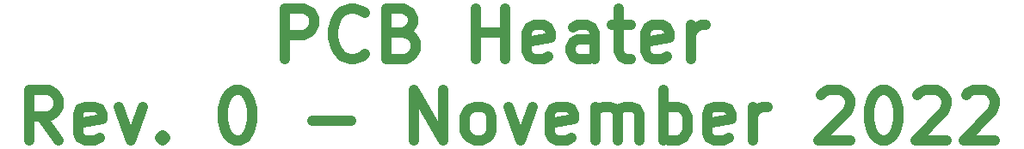
<source format=gbr>
%TF.GenerationSoftware,KiCad,Pcbnew,(6.0.4)*%
%TF.CreationDate,2022-11-12T02:37:31+02:00*%
%TF.ProjectId,pcb_heater,7063625f-6865-4617-9465-722e6b696361,rev?*%
%TF.SameCoordinates,Original*%
%TF.FileFunction,Legend,Top*%
%TF.FilePolarity,Positive*%
%FSLAX46Y46*%
G04 Gerber Fmt 4.6, Leading zero omitted, Abs format (unit mm)*
G04 Created by KiCad (PCBNEW (6.0.4)) date 2022-11-12 02:37:31*
%MOMM*%
%LPD*%
G01*
G04 APERTURE LIST*
%ADD10C,1.000000*%
G04 APERTURE END LIST*
D10*
X208488095Y-344236904D02*
X208488095Y-339236904D01*
X210392857Y-339236904D01*
X210869047Y-339475000D01*
X211107142Y-339713095D01*
X211345238Y-340189285D01*
X211345238Y-340903571D01*
X211107142Y-341379761D01*
X210869047Y-341617857D01*
X210392857Y-341855952D01*
X208488095Y-341855952D01*
X216345238Y-343760714D02*
X216107142Y-343998809D01*
X215392857Y-344236904D01*
X214916666Y-344236904D01*
X214202380Y-343998809D01*
X213726190Y-343522619D01*
X213488095Y-343046428D01*
X213250000Y-342094047D01*
X213250000Y-341379761D01*
X213488095Y-340427380D01*
X213726190Y-339951190D01*
X214202380Y-339475000D01*
X214916666Y-339236904D01*
X215392857Y-339236904D01*
X216107142Y-339475000D01*
X216345238Y-339713095D01*
X220154761Y-341617857D02*
X220869047Y-341855952D01*
X221107142Y-342094047D01*
X221345238Y-342570238D01*
X221345238Y-343284523D01*
X221107142Y-343760714D01*
X220869047Y-343998809D01*
X220392857Y-344236904D01*
X218488095Y-344236904D01*
X218488095Y-339236904D01*
X220154761Y-339236904D01*
X220630952Y-339475000D01*
X220869047Y-339713095D01*
X221107142Y-340189285D01*
X221107142Y-340665476D01*
X220869047Y-341141666D01*
X220630952Y-341379761D01*
X220154761Y-341617857D01*
X218488095Y-341617857D01*
X227297619Y-344236904D02*
X227297619Y-339236904D01*
X227297619Y-341617857D02*
X230154761Y-341617857D01*
X230154761Y-344236904D02*
X230154761Y-339236904D01*
X234440476Y-343998809D02*
X233964285Y-344236904D01*
X233011904Y-344236904D01*
X232535714Y-343998809D01*
X232297619Y-343522619D01*
X232297619Y-341617857D01*
X232535714Y-341141666D01*
X233011904Y-340903571D01*
X233964285Y-340903571D01*
X234440476Y-341141666D01*
X234678571Y-341617857D01*
X234678571Y-342094047D01*
X232297619Y-342570238D01*
X238964285Y-344236904D02*
X238964285Y-341617857D01*
X238726190Y-341141666D01*
X238250000Y-340903571D01*
X237297619Y-340903571D01*
X236821428Y-341141666D01*
X238964285Y-343998809D02*
X238488095Y-344236904D01*
X237297619Y-344236904D01*
X236821428Y-343998809D01*
X236583333Y-343522619D01*
X236583333Y-343046428D01*
X236821428Y-342570238D01*
X237297619Y-342332142D01*
X238488095Y-342332142D01*
X238964285Y-342094047D01*
X240630952Y-340903571D02*
X242535714Y-340903571D01*
X241345238Y-339236904D02*
X241345238Y-343522619D01*
X241583333Y-343998809D01*
X242059523Y-344236904D01*
X242535714Y-344236904D01*
X246107142Y-343998809D02*
X245630952Y-344236904D01*
X244678571Y-344236904D01*
X244202380Y-343998809D01*
X243964285Y-343522619D01*
X243964285Y-341617857D01*
X244202380Y-341141666D01*
X244678571Y-340903571D01*
X245630952Y-340903571D01*
X246107142Y-341141666D01*
X246345238Y-341617857D01*
X246345238Y-342094047D01*
X243964285Y-342570238D01*
X248488095Y-344236904D02*
X248488095Y-340903571D01*
X248488095Y-341855952D02*
X248726190Y-341379761D01*
X248964285Y-341141666D01*
X249440476Y-340903571D01*
X249916666Y-340903571D01*
X186226190Y-352286904D02*
X184559523Y-349905952D01*
X183369047Y-352286904D02*
X183369047Y-347286904D01*
X185273809Y-347286904D01*
X185750000Y-347525000D01*
X185988095Y-347763095D01*
X186226190Y-348239285D01*
X186226190Y-348953571D01*
X185988095Y-349429761D01*
X185750000Y-349667857D01*
X185273809Y-349905952D01*
X183369047Y-349905952D01*
X190273809Y-352048809D02*
X189797619Y-352286904D01*
X188845238Y-352286904D01*
X188369047Y-352048809D01*
X188130952Y-351572619D01*
X188130952Y-349667857D01*
X188369047Y-349191666D01*
X188845238Y-348953571D01*
X189797619Y-348953571D01*
X190273809Y-349191666D01*
X190511904Y-349667857D01*
X190511904Y-350144047D01*
X188130952Y-350620238D01*
X192178571Y-348953571D02*
X193369047Y-352286904D01*
X194559523Y-348953571D01*
X196464285Y-351810714D02*
X196702380Y-352048809D01*
X196464285Y-352286904D01*
X196226190Y-352048809D01*
X196464285Y-351810714D01*
X196464285Y-352286904D01*
X203607142Y-347286904D02*
X204083333Y-347286904D01*
X204559523Y-347525000D01*
X204797619Y-347763095D01*
X205035714Y-348239285D01*
X205273809Y-349191666D01*
X205273809Y-350382142D01*
X205035714Y-351334523D01*
X204797619Y-351810714D01*
X204559523Y-352048809D01*
X204083333Y-352286904D01*
X203607142Y-352286904D01*
X203130952Y-352048809D01*
X202892857Y-351810714D01*
X202654761Y-351334523D01*
X202416666Y-350382142D01*
X202416666Y-349191666D01*
X202654761Y-348239285D01*
X202892857Y-347763095D01*
X203130952Y-347525000D01*
X203607142Y-347286904D01*
X211226190Y-350382142D02*
X215035714Y-350382142D01*
X221226190Y-352286904D02*
X221226190Y-347286904D01*
X224083333Y-352286904D01*
X224083333Y-347286904D01*
X227178571Y-352286904D02*
X226702380Y-352048809D01*
X226464285Y-351810714D01*
X226226190Y-351334523D01*
X226226190Y-349905952D01*
X226464285Y-349429761D01*
X226702380Y-349191666D01*
X227178571Y-348953571D01*
X227892857Y-348953571D01*
X228369047Y-349191666D01*
X228607142Y-349429761D01*
X228845238Y-349905952D01*
X228845238Y-351334523D01*
X228607142Y-351810714D01*
X228369047Y-352048809D01*
X227892857Y-352286904D01*
X227178571Y-352286904D01*
X230511904Y-348953571D02*
X231702380Y-352286904D01*
X232892857Y-348953571D01*
X236702380Y-352048809D02*
X236226190Y-352286904D01*
X235273809Y-352286904D01*
X234797619Y-352048809D01*
X234559523Y-351572619D01*
X234559523Y-349667857D01*
X234797619Y-349191666D01*
X235273809Y-348953571D01*
X236226190Y-348953571D01*
X236702380Y-349191666D01*
X236940476Y-349667857D01*
X236940476Y-350144047D01*
X234559523Y-350620238D01*
X239083333Y-352286904D02*
X239083333Y-348953571D01*
X239083333Y-349429761D02*
X239321428Y-349191666D01*
X239797619Y-348953571D01*
X240511904Y-348953571D01*
X240988095Y-349191666D01*
X241226190Y-349667857D01*
X241226190Y-352286904D01*
X241226190Y-349667857D02*
X241464285Y-349191666D01*
X241940476Y-348953571D01*
X242654761Y-348953571D01*
X243130952Y-349191666D01*
X243369047Y-349667857D01*
X243369047Y-352286904D01*
X245750000Y-352286904D02*
X245750000Y-347286904D01*
X245750000Y-349191666D02*
X246226190Y-348953571D01*
X247178571Y-348953571D01*
X247654761Y-349191666D01*
X247892857Y-349429761D01*
X248130952Y-349905952D01*
X248130952Y-351334523D01*
X247892857Y-351810714D01*
X247654761Y-352048809D01*
X247178571Y-352286904D01*
X246226190Y-352286904D01*
X245750000Y-352048809D01*
X252178571Y-352048809D02*
X251702380Y-352286904D01*
X250750000Y-352286904D01*
X250273809Y-352048809D01*
X250035714Y-351572619D01*
X250035714Y-349667857D01*
X250273809Y-349191666D01*
X250750000Y-348953571D01*
X251702380Y-348953571D01*
X252178571Y-349191666D01*
X252416666Y-349667857D01*
X252416666Y-350144047D01*
X250035714Y-350620238D01*
X254559523Y-352286904D02*
X254559523Y-348953571D01*
X254559523Y-349905952D02*
X254797619Y-349429761D01*
X255035714Y-349191666D01*
X255511904Y-348953571D01*
X255988095Y-348953571D01*
X261226190Y-347763095D02*
X261464285Y-347525000D01*
X261940476Y-347286904D01*
X263130952Y-347286904D01*
X263607142Y-347525000D01*
X263845238Y-347763095D01*
X264083333Y-348239285D01*
X264083333Y-348715476D01*
X263845238Y-349429761D01*
X260988095Y-352286904D01*
X264083333Y-352286904D01*
X267178571Y-347286904D02*
X267654761Y-347286904D01*
X268130952Y-347525000D01*
X268369047Y-347763095D01*
X268607142Y-348239285D01*
X268845238Y-349191666D01*
X268845238Y-350382142D01*
X268607142Y-351334523D01*
X268369047Y-351810714D01*
X268130952Y-352048809D01*
X267654761Y-352286904D01*
X267178571Y-352286904D01*
X266702380Y-352048809D01*
X266464285Y-351810714D01*
X266226190Y-351334523D01*
X265988095Y-350382142D01*
X265988095Y-349191666D01*
X266226190Y-348239285D01*
X266464285Y-347763095D01*
X266702380Y-347525000D01*
X267178571Y-347286904D01*
X270750000Y-347763095D02*
X270988095Y-347525000D01*
X271464285Y-347286904D01*
X272654761Y-347286904D01*
X273130952Y-347525000D01*
X273369047Y-347763095D01*
X273607142Y-348239285D01*
X273607142Y-348715476D01*
X273369047Y-349429761D01*
X270511904Y-352286904D01*
X273607142Y-352286904D01*
X275511904Y-347763095D02*
X275750000Y-347525000D01*
X276226190Y-347286904D01*
X277416666Y-347286904D01*
X277892857Y-347525000D01*
X278130952Y-347763095D01*
X278369047Y-348239285D01*
X278369047Y-348715476D01*
X278130952Y-349429761D01*
X275273809Y-352286904D01*
X278369047Y-352286904D01*
M02*

</source>
